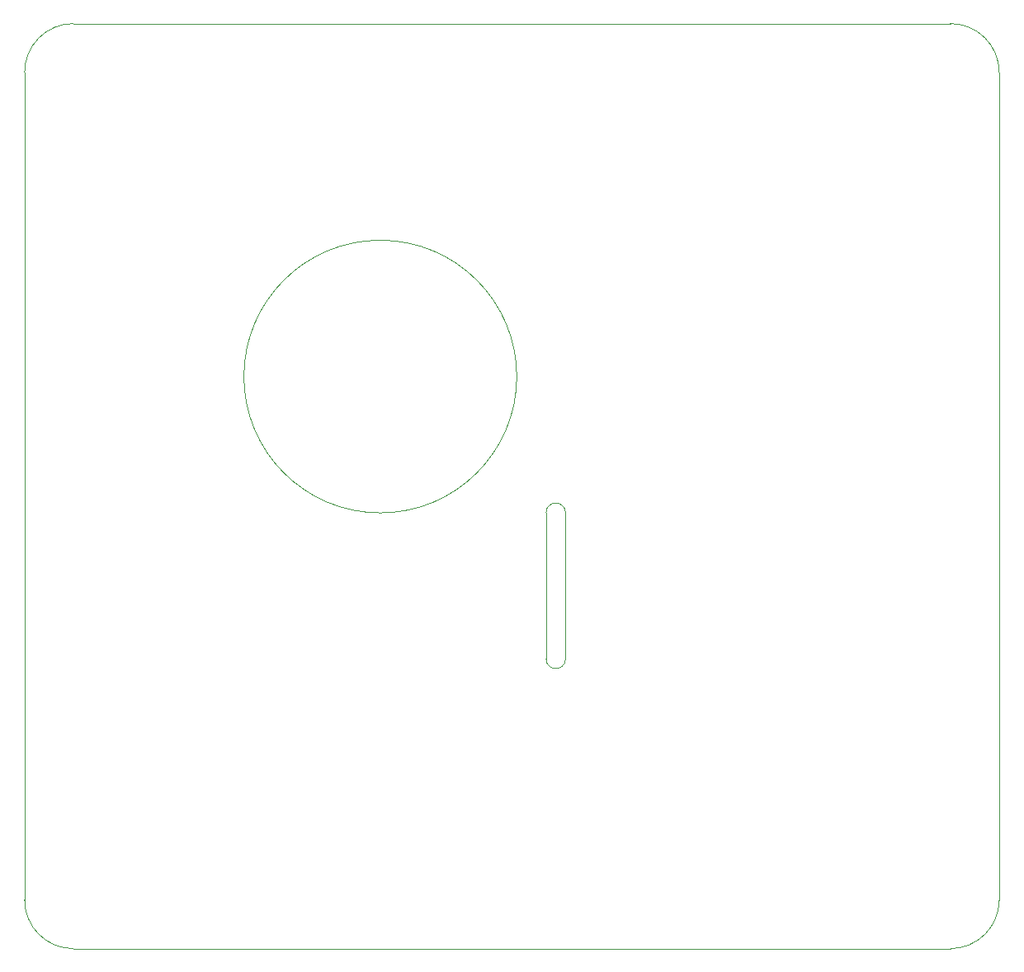
<source format=gbr>
%TF.GenerationSoftware,KiCad,Pcbnew,9.0.0*%
%TF.CreationDate,2025-05-22T12:59:40+09:00*%
%TF.ProjectId,control_unit,636f6e74-726f-46c5-9f75-6e69742e6b69,R1*%
%TF.SameCoordinates,Original*%
%TF.FileFunction,Profile,NP*%
%FSLAX46Y46*%
G04 Gerber Fmt 4.6, Leading zero omitted, Abs format (unit mm)*
G04 Created by KiCad (PCBNEW 9.0.0) date 2025-05-22 12:59:40*
%MOMM*%
%LPD*%
G01*
G04 APERTURE LIST*
%TA.AperFunction,Profile*%
%ADD10C,0.050000*%
%TD*%
G04 APERTURE END LIST*
D10*
X181025995Y-142099005D02*
G75*
G02*
X176025995Y-147098995I-4999995J5D01*
G01*
X181025995Y-142099005D02*
X181025995Y-57099005D01*
X86025995Y-147099005D02*
G75*
G02*
X81025995Y-142099005I5J5000005D01*
G01*
X134525795Y-102349005D02*
G75*
G02*
X136526005Y-102329005I1000205J5D01*
G01*
X81025995Y-57099000D02*
X81025995Y-142099005D01*
X176025995Y-52099005D02*
X86025995Y-52099005D01*
X131525995Y-88349005D02*
G75*
G02*
X103525995Y-88349005I-14000000J0D01*
G01*
X103525995Y-88349005D02*
G75*
G02*
X131525995Y-88349005I14000000J0D01*
G01*
X136525795Y-117349001D02*
G75*
G02*
X134526005Y-117329005I-999795J20001D01*
G01*
X81025995Y-57099005D02*
G75*
G02*
X86025995Y-52098995I5000005J5D01*
G01*
X134525995Y-102349005D02*
X134525995Y-117329005D01*
X136525995Y-117349005D02*
X136525995Y-102329005D01*
X86025995Y-147099005D02*
X176025995Y-147099005D01*
X176025995Y-52099005D02*
G75*
G02*
X181025995Y-57099005I5J-4999995D01*
G01*
M02*

</source>
